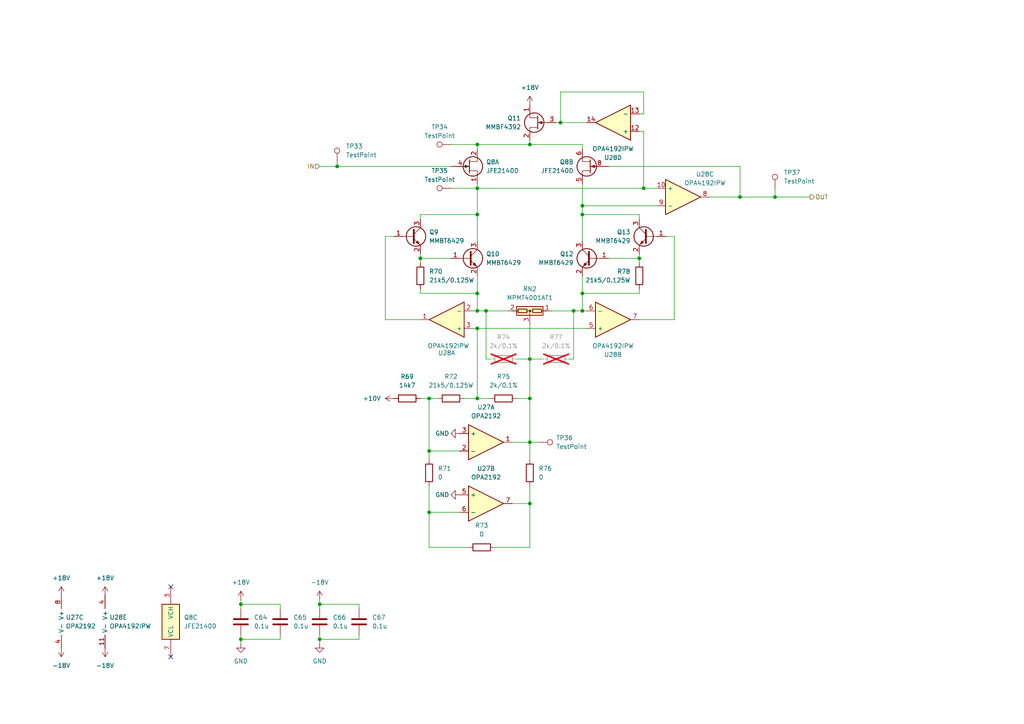
<source format=kicad_sch>
(kicad_sch (version 20250114) (generator "eeschema") (generator_version "9.0")
  (paper "A4")
  (lib_symbols
    (symbol "Amplifier_Operational:OPA2197xDGK"
      (property "Reference" "U" (at 0 5.08 0))
      (property "Value" "OPA2197xDGK" (at 0 -5.08 0))
      (symbol "OPA2197xDGK_1_1"
        (polyline (pts (xy -5.08 5.08) (xy 5.08 0) (xy -5.08 -5.08) (xy -5.08 5.08)) (stroke (width 0.254)) (fill (type background)))
        (pin input line (at -7.62 2.54 0) (length 2.54) (name "+") (number "3"))
        (pin input line (at -7.62 -2.54 0) (length 2.54) (name "-") (number "2"))
        (pin output line (at 7.62 0 180) (length 2.54) (name "~") (number "1"))
      )
      (symbol "OPA2197xDGK_2_1"
        (polyline (pts (xy -5.08 5.08) (xy 5.08 0) (xy -5.08 -5.08) (xy -5.08 5.08)) (stroke (width 0.254)) (fill (type background)))
        (pin input line (at -7.62 2.54 0) (length 2.54) (name "+") (number "5"))
        (pin input line (at -7.62 -2.54 0) (length 2.54) (name "-") (number "6"))
        (pin output line (at 7.62 0 180) (length 2.54) (name "~") (number "7"))
      )
      (symbol "OPA2197xDGK_3_1"
        (pin power_in line (at -2.54 7.62 270) (length 3.81) (name "V+") (number "8"))
        (pin power_in line (at -2.54 -7.62 90) (length 3.81) (name "V-") (number "4"))
      )
    )
    (symbol "Amplifier_Operational:OPA4196xPW"
      (property "Reference" "U" (at 0 3.81 0))
      (property "Value" "OPA4196xPW" (at 0 -3.81 0))
      (symbol "OPA4196xPW_1_1"
        (polyline (pts (xy -5.08 5.08) (xy 5.08 0) (xy -5.08 -5.08) (xy -5.08 5.08)) (stroke (width 0.254)) (fill (type background)))
        (pin input line (at -7.62 2.54 0) (length 2.54) (name "+") (number "3"))
        (pin input line (at -7.62 -2.54 0) (length 2.54) (name "-") (number "2"))
        (pin output line (at 7.62 0 180) (length 2.54) (name "~") (number "1"))
      )
      (symbol "OPA4196xPW_2_1"
        (polyline (pts (xy -5.08 5.08) (xy 5.08 0) (xy -5.08 -5.08) (xy -5.08 5.08)) (stroke (width 0.254)) (fill (type background)))
        (pin input line (at -7.62 2.54 0) (length 2.54) (name "+") (number "5"))
        (pin input line (at -7.62 -2.54 0) (length 2.54) (name "-") (number "6"))
        (pin output line (at 7.62 0 180) (length 2.54) (name "~") (number "7"))
      )
      (symbol "OPA4196xPW_3_1"
        (polyline (pts (xy -5.08 5.08) (xy 5.08 0) (xy -5.08 -5.08) (xy -5.08 5.08)) (stroke (width 0.254)) (fill (type background)))
        (pin input line (at -7.62 2.54 0) (length 2.54) (name "+") (number "10"))
        (pin input line (at -7.62 -2.54 0) (length 2.54) (name "-") (number "9"))
        (pin output line (at 7.62 0 180) (length 2.54) (name "~") (number "8"))
      )
      (symbol "OPA4196xPW_4_1"
        (polyline (pts (xy -5.08 5.08) (xy 5.08 0) (xy -5.08 -5.08) (xy -5.08 5.08)) (stroke (width 0.254)) (fill (type background)))
        (pin input line (at -7.62 2.54 0) (length 2.54) (name "+") (number "12"))
        (pin input line (at -7.62 -2.54 0) (length 2.54) (name "-") (number "13"))
        (pin output line (at 7.62 0 180) (length 2.54) (name "~") (number "14"))
      )
      (symbol "OPA4196xPW_5_1"
        (pin power_in line (at -2.54 7.62 270) (length 3.81) (name "V+") (number "4"))
        (pin power_in line (at -2.54 -7.62 90) (length 3.81) (name "V-") (number "11"))
      )
    )
    (symbol "Connector:TestPoint" (pin_numbers (hide yes)) (pin_names (offset 0.762) (hide yes))
      (property "Reference" "TP" (at 0 6.858 0))
      (property "Value" "TestPoint" (at 0 5.08 0))
      (symbol "TestPoint_0_1"
        (circle (center 0 3.302) (radius 0.762))
      )
      (symbol "TestPoint_1_1"
        (pin passive line (at 0 0 90) (length 2.54) (name "1") (number "1"))
      )
    )
    (symbol "Device:C" (pin_numbers (hide yes)) (pin_names (offset 0.254))
      (property "Reference" "C" (at 0.635 2.54 0))
      (property "Value" "C" (at 0.635 -2.54 0))
      (symbol "C_0_1"
        (polyline (pts (xy -2.032 0.762) (xy 2.032 0.762)) (stroke (width 0.508)))
        (polyline (pts (xy -2.032 -0.762) (xy 2.032 -0.762)) (stroke (width 0.508)))
      )
      (symbol "C_1_1"
        (pin passive line (at 0 3.81 270) (length 2.794) (name "~") (number "1"))
        (pin passive line (at 0 -3.81 90) (length 2.794) (name "~") (number "2"))
      )
    )
    (symbol "Device:R" (pin_numbers (hide yes)) (pin_names (offset 0))
      (property "Reference" "R" (at 2.032 0 90))
      (property "Value" "R" (at 0 0 90))
      (symbol "R_0_1"
        (rectangle (start -1.016 -2.54) (end 1.016 2.54) (stroke (width 0.254)))
      )
      (symbol "R_1_1"
        (pin passive line (at 0 3.81 270) (length 1.27) (name "~") (number "1"))
        (pin passive line (at 0 -3.81 90) (length 1.27) (name "~") (number "2"))
      )
    )
    (symbol "Device:VoltageDivider_CenterPin3" (pin_names (offset 0) (hide yes))
      (property "Reference" "RN" (at -4.445 0 90))
      (property "Value" "VoltageDivider_CenterPin3" (at -2.54 0 90))
      (symbol "VoltageDivider_CenterPin3_0_1"
        (rectangle (start -1.27 -3.81) (end 1.27 3.81) (stroke (width 0.254)) (fill (type background)))
        (rectangle (start -0.508 3.3782) (end 0.508 0.8382) (stroke (width 0.254)))
        (rectangle (start -0.508 -3.3782) (end 0.508 -0.8382) (stroke (width 0.254)))
        (polyline (pts (xy 0 5.08) (xy 0 3.3782)))
        (polyline (pts (xy 0 0.889) (xy 0 -0.889)))
        (circle (center 0 0.0254) (radius 0.254) (fill (type outline)))
        (polyline (pts (xy 0 -5.08) (xy 0 -3.429)))
        (polyline (pts (xy 1.27 0) (xy 0 0)))
      )
      (symbol "VoltageDivider_CenterPin3_1_1"
        (pin passive line (at 0 6.35 270) (length 2.54) (name "~") (number "1"))
        (pin passive line (at 0 -6.35 90) (length 2.54) (name "~") (number "2"))
        (pin passive line (at 3.81 0 180) (length 2.54) (name "~") (number "3"))
      )
    )
    (symbol "MADC_ARTY:+18V" (power) (pin_numbers (hide yes)) (pin_names (offset 0) (hide yes))
      (property "Value" "+18V" (at 0 3.556 0))
      (symbol "+18V_0_1"
        (polyline (pts (xy -0.762 1.27) (xy 0 2.54)))
        (polyline (pts (xy 0 2.54) (xy 0.762 1.27)))
        (polyline (pts (xy 0 0) (xy 0 2.54)))
      )
      (symbol "+18V_1_1"
        (pin power_in line (at 0 0 90) (length 0) (name "~") (number "1"))
      )
    )
    (symbol "MADC_ARTY:-18V" (power) (pin_numbers (hide yes)) (pin_names (offset 0) (hide yes))
      (property "Value" "-18V" (at 0 3.556 0))
      (symbol "-18V_0_1"
        (polyline (pts (xy -0.762 1.27) (xy 0 2.54)))
        (polyline (pts (xy 0 2.54) (xy 0.762 1.27)))
        (polyline (pts (xy 0 0) (xy 0 2.54)))
      )
      (symbol "-18V_1_1"
        (pin power_in line (at 0 0 90) (length 0) (name "~") (number "1"))
      )
    )
    (symbol "Transistor_BJT:Q_NPN_BEC" (pin_names (offset 0) (hide yes))
      (property "Reference" "Q" (at 5.08 1.27 0))
      (property "Value" "Q_NPN_BEC" (at 5.08 -1.27 0))
      (symbol "Q_NPN_BEC_0_1"
        (polyline (pts (xy -2.54 0) (xy 0.635 0)))
        (polyline (pts (xy 0.635 1.905) (xy 0.635 -1.905)) (stroke (width 0.508)))
        (circle (center 1.27 0) (radius 2.8194) (stroke (width 0.254)))
      )
      (symbol "Q_NPN_BEC_1_1"
        (polyline (pts (xy 0.635 0.635) (xy 2.54 2.54)))
        (polyline (pts (xy 0.635 -0.635) (xy 2.54 -2.54)))
        (polyline (pts (xy 1.27 -1.778) (xy 1.778 -1.27) (xy 2.286 -2.286) (xy 1.27 -1.778)) (fill (type outline)))
        (pin input line (at -5.08 0 0) (length 2.54) (name "B") (number "1"))
        (pin passive line (at 2.54 5.08 270) (length 2.54) (name "C") (number "3"))
        (pin passive line (at 2.54 -5.08 90) (length 2.54) (name "E") (number "2"))
      )
    )
    (symbol "Transistor_FET:JFE2140D"
      (property "Reference" "Q" (at 5.08 1.27 0))
      (property "Value" "JFE2140D" (at 8.89 -1.27 0))
      (symbol "JFE2140D_1_1"
        (polyline (pts (xy 0 0) (xy -1.016 0.381) (xy -1.016 -0.381) (xy 0 0)) (fill (type outline)))
        (polyline (pts (xy 0.254 1.905) (xy 0.254 -1.905) (xy 0.254 -1.905)) (stroke (width 0.254)))
        (circle (center 1.27 0) (radius 2.8194) (stroke (width 0.254)))
        (polyline (pts (xy 2.54 2.54) (xy 2.54 1.397) (xy 0.254 1.397)))
        (polyline (pts (xy 2.54 -2.54) (xy 2.54 -1.27) (xy 0.254 -1.27)))
        (pin input line (at -5.08 0 0) (length 5.334) (name "~") (number "4"))
        (pin passive line (at 2.54 5.08 270) (length 2.54) (name "~") (number "2"))
        (pin passive line (at 2.54 -5.08 90) (length 2.54) (name "~") (number "1"))
      )
      (symbol "JFE2140D_2_1"
        (polyline (pts (xy 0 0) (xy -1.016 0.381) (xy -1.016 -0.381) (xy 0 0)) (fill (type outline)))
        (polyline (pts (xy 0.254 1.905) (xy 0.254 -1.905) (xy 0.254 -1.905)) (stroke (width 0.254)))
        (circle (center 1.27 0) (radius 2.8194) (stroke (width 0.254)))
        (polyline (pts (xy 2.54 2.54) (xy 2.54 1.397) (xy 0.254 1.397)))
        (polyline (pts (xy 2.54 -2.54) (xy 2.54 -1.27) (xy 0.254 -1.27)))
        (pin input line (at -5.08 0 0) (length 5.334) (name "~") (number "8"))
        (pin passive line (at 2.54 5.08 270) (length 2.54) (name "~") (number "6"))
        (pin passive line (at 2.54 -5.08 90) (length 2.54) (name "~") (number "5"))
      )
      (symbol "JFE2140D_3_0"
        (pin passive line (at 0 10.16 270) (length 5.08) (name "VCH") (number "3"))
        (pin passive line (at 0 -10.16 90) (length 5.08) (name "VCL") (number "7"))
      )
      (symbol "JFE2140D_3_1"
        (rectangle (start -2.54 5.08) (end 2.54 -5.08) (stroke (width 0.254)) (fill (type background)))
      )
    )
    (symbol "Transistor_FET:MMBF4392" (pin_names (hide yes))
      (property "Reference" "Q" (at 5.08 1.905 0))
      (property "Value" "MMBF4392" (at 5.08 0 0))
      (symbol "MMBF4392_0_1"
        (polyline (pts (xy 0 0) (xy -1.016 0.381) (xy -1.016 -0.381) (xy 0 0)) (fill (type outline)))
        (polyline (pts (xy 0.254 1.905) (xy 0.254 -1.905)) (stroke (width 0.254)))
        (polyline (pts (xy 0.254 0) (xy -2.54 0)))
        (circle (center 1.27 0) (radius 2.8194) (stroke (width 0.254)))
        (polyline (pts (xy 2.54 2.54) (xy 2.54 1.397) (xy 0.254 1.397)))
        (polyline (pts (xy 2.54 -2.54) (xy 2.54 -1.397) (xy 0.254 -1.397)))
      )
      (symbol "MMBF4392_1_1"
        (pin input line (at -5.08 0 0) (length 2.54) (name "G") (number "3"))
        (pin passive line (at 2.54 5.08 270) (length 2.54) (name "D") (number "1"))
        (pin passive line (at 2.54 -5.08 90) (length 2.54) (name "S") (number "2"))
      )
    )
    (symbol "power:+10V" (power) (pin_numbers (hide yes)) (pin_names (offset 0) (hide yes))
      (property "Value" "+10V" (at 0 3.556 0))
      (symbol "+10V_0_1"
        (polyline (pts (xy -0.762 1.27) (xy 0 2.54)))
        (polyline (pts (xy 0 2.54) (xy 0.762 1.27)))
        (polyline (pts (xy 0 0) (xy 0 2.54)))
      )
      (symbol "+10V_1_1"
        (pin power_in line (at 0 0 90) (length 0) (name "~") (number "1"))
      )
    )
    (symbol "power:GND" (power) (pin_numbers (hide yes)) (pin_names (offset 0) (hide yes))
      (property "Value" "GND" (at 0 -3.81 0))
      (symbol "GND_0_1"
        (polyline (pts (xy 0 0) (xy 0 -1.27) (xy 1.27 -1.27) (xy 0 -2.54) (xy -1.27 -1.27) (xy 0 -1.27)))
      )
      (symbol "GND_1_1"
        (pin power_in line (at 0 0 270) (length 0) (name "~") (number "1"))
      )
    )
  )
  (junction (at 138.43 95.25))
  (junction (at 153.67 104.14))
  (junction (at 69.85 175.26))
  (junction (at 97.79 48.26))
  (junction (at 168.91 90.17))
  (junction (at 92.71 185.42))
  (junction (at 124.46 130.81))
  (junction (at 168.91 59.69))
  (junction (at 138.43 41.91))
  (junction (at 124.46 148.59))
  (junction (at 168.91 85.09))
  (junction (at 162.56 35.56))
  (junction (at 124.46 115.57))
  (junction (at 186.69 54.61))
  (junction (at 138.43 54.61))
  (junction (at 92.71 175.26))
  (junction (at 138.43 90.17))
  (junction (at 214.63 57.15))
  (junction (at 153.67 115.57))
  (junction (at 153.67 146.05))
  (junction (at 153.67 41.91))
  (junction (at 224.79 57.15))
  (junction (at 185.42 74.93))
  (junction (at 138.43 85.09))
  (junction (at 140.97 90.17))
  (junction (at 138.43 115.57))
  (junction (at 138.43 62.23))
  (junction (at 121.92 74.93))
  (junction (at 166.37 90.17))
  (junction (at 153.67 128.27))
  (junction (at 69.85 185.42))
  (junction (at 168.91 62.23))
  (no_connect (at 49.53 170.18))
  (no_connect (at 49.53 190.5))
  (wire (pts (xy 92.71 175.26) (xy 104.14 175.26)))
  (wire (pts (xy 140.97 90.17) (xy 140.97 104.14)))
  (wire (pts (xy 214.63 48.26) (xy 214.63 57.15)))
  (wire (pts (xy 185.42 62.23) (xy 185.42 63.5)))
  (wire (pts (xy 69.85 175.26) (xy 81.28 175.26)))
  (wire (pts (xy 138.43 43.18) (xy 138.43 41.91)))
  (wire (pts (xy 130.81 54.61) (xy 138.43 54.61)))
  (wire (pts (xy 124.46 158.75) (xy 124.46 148.59)))
  (wire (pts (xy 153.67 158.75) (xy 153.67 146.05)))
  (wire (pts (xy 138.43 115.57) (xy 142.24 115.57)))
  (wire (pts (xy 168.91 85.09) (xy 168.91 90.17)))
  (wire (pts (xy 121.92 73.66) (xy 121.92 74.93)))
  (wire (pts (xy 185.42 83.82) (xy 185.42 85.09)))
  (wire (pts (xy 143.51 158.75) (xy 153.67 158.75)))
  (wire (pts (xy 168.91 69.85) (xy 168.91 62.23)))
  (wire (pts (xy 92.71 185.42) (xy 104.14 185.42)))
  (wire (pts (xy 195.58 68.58) (xy 193.04 68.58)))
  (wire (pts (xy 92.71 173.99) (xy 92.71 175.26)))
  (wire (pts (xy 168.91 59.69) (xy 168.91 62.23)))
  (wire (pts (xy 137.16 95.25) (xy 138.43 95.25)))
  (wire (pts (xy 135.89 158.75) (xy 124.46 158.75)))
  (wire (pts (xy 81.28 185.42) (xy 81.28 184.15)))
  (wire (pts (xy 186.69 26.67) (xy 186.69 33.02)))
  (wire (pts (xy 185.42 85.09) (xy 168.91 85.09)))
  (wire (pts (xy 205.74 57.15) (xy 214.63 57.15)))
  (wire (pts (xy 176.53 74.93) (xy 185.42 74.93)))
  (wire (pts (xy 69.85 185.42) (xy 81.28 185.42)))
  (wire (pts (xy 161.29 35.56) (xy 162.56 35.56)))
  (wire (pts (xy 138.43 69.85) (xy 138.43 62.23)))
  (wire (pts (xy 69.85 175.26) (xy 69.85 176.53)))
  (wire (pts (xy 133.35 130.81) (xy 124.46 130.81)))
  (wire (pts (xy 168.91 53.34) (xy 168.91 59.69)))
  (wire (pts (xy 162.56 26.67) (xy 186.69 26.67)))
  (wire (pts (xy 162.56 35.56) (xy 162.56 26.67)))
  (wire (pts (xy 124.46 148.59) (xy 124.46 140.97)))
  (wire (pts (xy 153.67 41.91) (xy 168.91 41.91)))
  (wire (pts (xy 153.67 128.27) (xy 156.21 128.27)))
  (wire (pts (xy 138.43 85.09) (xy 138.43 90.17)))
  (wire (pts (xy 185.42 38.1) (xy 186.69 38.1)))
  (wire (pts (xy 138.43 80.01) (xy 138.43 85.09)))
  (wire (pts (xy 186.69 33.02) (xy 185.42 33.02)))
  (wire (pts (xy 162.56 35.56) (xy 170.18 35.56)))
  (wire (pts (xy 153.67 104.14) (xy 153.67 115.57)))
  (wire (pts (xy 121.92 85.09) (xy 138.43 85.09)))
  (wire (pts (xy 124.46 115.57) (xy 127 115.57)))
  (wire (pts (xy 224.79 57.15) (xy 234.95 57.15)))
  (wire (pts (xy 121.92 62.23) (xy 121.92 63.5)))
  (wire (pts (xy 195.58 92.71) (xy 185.42 92.71)))
  (wire (pts (xy 148.59 128.27) (xy 153.67 128.27)))
  (wire (pts (xy 92.71 48.26) (xy 97.79 48.26)))
  (wire (pts (xy 121.92 74.93) (xy 130.81 74.93)))
  (wire (pts (xy 69.85 184.15) (xy 69.85 185.42)))
  (wire (pts (xy 186.69 38.1) (xy 186.69 54.61)))
  (wire (pts (xy 121.92 115.57) (xy 124.46 115.57)))
  (wire (pts (xy 138.43 54.61) (xy 138.43 62.23)))
  (wire (pts (xy 104.14 185.42) (xy 104.14 184.15)))
  (wire (pts (xy 92.71 184.15) (xy 92.71 185.42)))
  (wire (pts (xy 176.53 48.26) (xy 214.63 48.26)))
  (wire (pts (xy 104.14 176.53) (xy 104.14 175.26)))
  (wire (pts (xy 149.86 115.57) (xy 153.67 115.57)))
  (wire (pts (xy 138.43 62.23) (xy 121.92 62.23)))
  (wire (pts (xy 166.37 90.17) (xy 168.91 90.17)))
  (wire (pts (xy 138.43 90.17) (xy 140.97 90.17)))
  (wire (pts (xy 142.24 104.14) (xy 140.97 104.14)))
  (wire (pts (xy 165.1 104.14) (xy 166.37 104.14)))
  (wire (pts (xy 97.79 46.99) (xy 97.79 48.26)))
  (wire (pts (xy 137.16 90.17) (xy 138.43 90.17)))
  (wire (pts (xy 138.43 54.61) (xy 186.69 54.61)))
  (wire (pts (xy 153.67 40.64) (xy 153.67 41.91)))
  (wire (pts (xy 124.46 130.81) (xy 124.46 115.57)))
  (wire (pts (xy 97.79 48.26) (xy 130.81 48.26)))
  (wire (pts (xy 168.91 59.69) (xy 190.5 59.69)))
  (wire (pts (xy 134.62 115.57) (xy 138.43 115.57)))
  (wire (pts (xy 168.91 90.17) (xy 170.18 90.17)))
  (wire (pts (xy 168.91 62.23) (xy 185.42 62.23)))
  (wire (pts (xy 69.85 185.42) (xy 69.85 186.69)))
  (wire (pts (xy 168.91 41.91) (xy 168.91 43.18)))
  (wire (pts (xy 81.28 176.53) (xy 81.28 175.26)))
  (wire (pts (xy 121.92 76.2) (xy 121.92 74.93)))
  (wire (pts (xy 185.42 76.2) (xy 185.42 74.93)))
  (wire (pts (xy 160.02 90.17) (xy 166.37 90.17)))
  (wire (pts (xy 140.97 90.17) (xy 147.32 90.17)))
  (wire (pts (xy 148.59 146.05) (xy 153.67 146.05)))
  (wire (pts (xy 92.71 175.26) (xy 92.71 176.53)))
  (wire (pts (xy 224.79 54.61) (xy 224.79 57.15)))
  (wire (pts (xy 138.43 41.91) (xy 153.67 41.91)))
  (wire (pts (xy 168.91 80.01) (xy 168.91 85.09)))
  (wire (pts (xy 153.67 146.05) (xy 153.67 140.97)))
  (wire (pts (xy 92.71 185.42) (xy 92.71 186.69)))
  (wire (pts (xy 138.43 53.34) (xy 138.43 54.61)))
  (wire (pts (xy 138.43 95.25) (xy 138.43 115.57)))
  (wire (pts (xy 153.67 115.57) (xy 153.67 128.27)))
  (wire (pts (xy 138.43 95.25) (xy 170.18 95.25)))
  (wire (pts (xy 124.46 148.59) (xy 133.35 148.59)))
  (wire (pts (xy 185.42 73.66) (xy 185.42 74.93)))
  (wire (pts (xy 214.63 57.15) (xy 224.79 57.15)))
  (wire (pts (xy 121.92 83.82) (xy 121.92 85.09)))
  (wire (pts (xy 195.58 68.58) (xy 195.58 92.71)))
  (wire (pts (xy 130.81 41.91) (xy 138.43 41.91)))
  (wire (pts (xy 166.37 90.17) (xy 166.37 104.14)))
  (wire (pts (xy 153.67 133.35) (xy 153.67 128.27)))
  (wire (pts (xy 69.85 173.99) (xy 69.85 175.26)))
  (wire (pts (xy 149.86 104.14) (xy 153.67 104.14)))
  (wire (pts (xy 111.76 68.58) (xy 114.3 68.58)))
  (wire (pts (xy 153.67 93.98) (xy 153.67 104.14)))
  (wire (pts (xy 186.69 54.61) (xy 190.5 54.61)))
  (wire (pts (xy 121.92 92.71) (xy 111.76 92.71)))
  (wire (pts (xy 111.76 92.71) (xy 111.76 68.58)))
  (wire (pts (xy 124.46 133.35) (xy 124.46 130.81)))
  (wire (pts (xy 153.67 104.14) (xy 157.48 104.14)))
  (hierarchical_label "IN" (shape input) (at 92.71 48.26 180))
  (hierarchical_label "OUT" (shape output) (at 234.95 57.15 0))
  (symbol (lib_id "power:GND") (at 69.85 186.69 0) (unit 1)
    (property "Reference" "#PWR06" (effects (hide yes)))
    (property "Value" "GND" (at 69.85 191.77 0))
    (property "Description" "Power symbol creates a global label with name \"GND\" , ground" (effects (hide yes)))
    (instances (project "MADC_ARTY" (path "" (reference "#PWR0162") (unit 1)) (path "" (reference "#PWR06") (unit 1))))
  )
  (symbol (lib_id "Transistor_FET:JFE2140D") (at 135.89 48.26 0) (unit 1)
    (property "Reference" "Q1" (at 140.97 46.9899 0) (effects (justify left)))
    (property "Value" "JFE2140D" (at 140.97 49.5299 0) (effects (justify left)))
    (property "Footprint" "Package_SO:SOIC-8_3.9x4.9mm_P1.27mm" (effects (hide yes)))
    (property "Datasheet" "https://www.ti.com/lit/ds/symlink/jfe2140.pdf" (effects (hide yes)))
    (property "Description" "Ultra-Low Noise, Matched, Dual, Low-Gate Current, Discrete, Audio, N‑Channel JFET, SOIC-8" (effects (hide yes)))
    (instances (project "MADC_ARTY" (path "" (reference "Q8") (unit 1)) (path "" (reference "Q1") (unit 1))))
  )
  (symbol (lib_id "Device:R") (at 121.92 80.01 180) (unit 1)
    (property "Reference" "R2" (at 124.46 78.7399 0) (effects (justify right)))
    (property "Value" "21k5/0.125W" (at 124.46 81.2799 0) (effects (justify right)))
    (property "Footprint" "Resistor_SMD:R_0603_1608Metric" (effects (hide yes)))
    (property "Description" "Resistor" (effects (hide yes)))
    (instances (project "MADC_ARTY" (path "" (reference "R70") (unit 1)) (path "" (reference "R2") (unit 1))))
  )
  (symbol (lib_id "Transistor_BJT:Q_NPN_BEC") (at 119.38 68.58 0) (unit 1)
    (property "Reference" "Q2" (at 124.46 67.3099 0) (effects (justify left)))
    (property "Value" "MMBT6429" (at 124.46 69.8499 0) (effects (justify left)))
    (property "Footprint" "Package_TO_SOT_SMD:SOT-23" (effects (hide yes)))
    (property "Datasheet" "https://www.onsemi.com/pdf/datasheet/mmbt6428lt1-d.pdf" (effects (hide yes)))
    (property "Description" "NPN transistor, base/emitter/collector" (effects (hide yes)))
    (instances (project "MADC_ARTY" (path "" (reference "Q9") (unit 1)) (path "" (reference "Q2") (unit 1))))
  )
  (symbol (lib_id "Connector:TestPoint") (at 224.79 54.61 0) (unit 1)
    (property "Reference" "TP5" (at 227.33 50.0379 0) (effects (justify left)))
    (property "Value" "TestPoint" (at 227.33 52.5779 0) (effects (justify left)))
    (property "Footprint" "TestPoint:TestPoint_Pad_D2.0mm" (effects (hide yes)))
    (property "Description" "test point" (effects (hide yes)))
    (instances (project "MADC_ARTY" (path "" (reference "TP37") (unit 1)) (path "" (reference "TP5") (unit 1))))
  )
  (symbol (lib_id "Amplifier_Operational:OPA4196xPW") (at 198.12 57.15 0) (unit 3)
    (property "Reference" "U2" (at 204.47 50.546 0))
    (property "Value" "OPA4192IPW" (at 204.47 53.086 0))
    (property "Footprint" "Package_SO:TSSOP-14_4.4x5mm_P0.65mm" (effects (hide yes)))
    (property "Datasheet" "http://www.ti.com/lit/ds/symlink/opa4196.pdf" (effects (hide yes)))
    (property "Description" "Quad, Low-Power, Low Offset Voltage, Rail-to-Rail Operational Amplifier, TSSOP-14" (effects (hide yes)))
    (instances (project "MADC_ARTY" (path "" (reference "U28") (unit 3)) (path "" (reference "U2") (unit 3))))
  )
  (symbol (lib_id "Device:R") (at 185.42 80.01 0) (mirror x) (unit 1)
    (property "Reference" "R10" (at 182.88 78.7399 0) (effects (justify right)))
    (property "Value" "21k5/0.125W" (at 182.88 81.2799 0) (effects (justify right)))
    (property "Footprint" "Resistor_SMD:R_0603_1608Metric" (effects (hide yes)))
    (property "Description" "Resistor" (effects (hide yes)))
    (instances (project "MADC_ARTY" (path "" (reference "R78") (unit 1)) (path "" (reference "R10") (unit 1))))
  )
  (symbol (lib_id "Device:C") (at 92.71 180.34 0) (unit 1)
    (property "Reference" "C3" (at 96.52 179.0699 0) (effects (justify left)))
    (property "Value" "0.1u" (at 96.52 181.6099 0) (effects (justify left)))
    (property "Footprint" "Capacitor_SMD:C_0603_1608Metric" (effects (hide yes)))
    (property "Description" "Unpolarized capacitor" (effects (hide yes)))
    (instances (project "MADC_ARTY" (path "" (reference "C66") (unit 1)) (path "" (reference "C3") (unit 1))))
  )
  (symbol (lib_id "MADC_ARTY:+18V") (at 69.85 173.99 0) (unit 1)
    (property "Reference" "#PWR05" (effects (hide yes)))
    (property "Value" "+18V" (at 69.85 168.91 0))
    (property "Description" "Power symbol creates a global label" (effects (hide yes)))
    (instances (project "MADC_ARTY" (path "" (reference "#PWR0161") (unit 1)) (path "" (reference "#PWR05") (unit 1))))
  )
  (symbol (lib_id "MADC_ARTY:-18V") (at 30.48 187.96 180) (unit 1)
    (property "Reference" "#PWR04" (effects (hide yes)))
    (property "Value" "-18V" (at 30.48 193.04 0))
    (property "Description" "Power symbol creates a global label" (effects (hide yes)))
    (instances (project "MADC_ARTY" (path "" (reference "#PWR0160") (unit 1)) (path "" (reference "#PWR04") (unit 1))))
  )
  (symbol (lib_id "Device:R") (at 161.29 104.14 90) (unit 1) (in_bom no) (dnp yes)
    (property "Reference" "R9" (at 161.29 97.79 90))
    (property "Value" "2k/0.1%" (at 161.29 100.33 90))
    (property "Footprint" "Resistor_SMD:R_0603_1608Metric" (effects (hide yes)))
    (property "Description" "Resistor" (effects (hide yes)))
    (instances (project "MADC_ARTY" (path "" (reference "R77") (unit 1)) (path "" (reference "R9") (unit 1))))
  )
  (symbol (lib_id "Connector:TestPoint") (at 156.21 128.27 270) (unit 1)
    (property "Reference" "TP4" (at 161.29 126.9999 90) (effects (justify left)))
    (property "Value" "TestPoint" (at 161.29 129.5399 90) (effects (justify left)))
    (property "Footprint" "TestPoint:TestPoint_Pad_D2.0mm" (effects (hide yes)))
    (property "Description" "test point" (effects (hide yes)))
    (instances (project "MADC_ARTY" (path "" (reference "TP36") (unit 1)) (path "" (reference "TP4") (unit 1))))
  )
  (symbol (lib_id "Connector:TestPoint") (at 130.81 54.61 90) (unit 1)
    (property "Reference" "TP3" (at 127.508 49.53 90))
    (property "Value" "TestPoint" (at 127.508 52.07 90))
    (property "Footprint" "TestPoint:TestPoint_Pad_D2.0mm" (effects (hide yes)))
    (property "Description" "test point" (effects (hide yes)))
    (instances (project "MADC_ARTY" (path "" (reference "TP35") (unit 1)) (path "" (reference "TP3") (unit 1))))
  )
  (symbol (lib_id "Amplifier_Operational:OPA2197xDGK") (at 20.32 180.34 0) (unit 3)
    (property "Reference" "U1" (at 19.05 179.0699 0) (effects (justify left)))
    (property "Value" "OPA2192" (at 19.05 181.6099 0) (effects (justify left)))
    (property "Footprint" "Package_SO:VSSOP-8_3x3mm_P0.65mm" (effects (hide yes)))
    (property "Datasheet" "http://www.ti.com/lit/ds/symlink/opa2197.pdf" (effects (hide yes)))
    (property "Description" "Dual 36V, Precision, Rail-to-Rail Input/Output, Low Offset Voltage, Operational Amplifier, VSSOP-8" (effects (hide yes)))
    (instances (project "MADC_ARTY" (path "" (reference "U27") (unit 3)) (path "" (reference "U1") (unit 3))))
  )
  (symbol (lib_id "power:GND") (at 133.35 143.51 270) (unit 1)
    (property "Reference" "#PWR011" (effects (hide yes)))
    (property "Value" "GND" (at 130.302 143.51 90) (effects (justify right)))
    (property "Description" "Power symbol creates a global label with name \"GND\" , ground" (effects (hide yes)))
    (instances (project "MADC_ARTY" (path "" (reference "#PWR0167") (unit 1)) (path "" (reference "#PWR011") (unit 1))))
  )
  (symbol (lib_id "Transistor_FET:JFE2140D") (at 171.45 48.26 0) (mirror y) (unit 2)
    (property "Reference" "Q1" (at 166.37 46.9899 0) (effects (justify left)))
    (property "Value" "JFE2140D" (at 166.37 49.5299 0) (effects (justify left)))
    (property "Footprint" "Package_SO:SOIC-8_3.9x4.9mm_P1.27mm" (effects (hide yes)))
    (property "Datasheet" "https://www.ti.com/lit/ds/symlink/jfe2140.pdf" (effects (hide yes)))
    (property "Description" "Ultra-Low Noise, Matched, Dual, Low-Gate Current, Discrete, Audio, N‑Channel JFET, SOIC-8" (effects (hide yes)))
    (instances (project "MADC_ARTY" (path "" (reference "Q8") (unit 2)) (path "" (reference "Q1") (unit 2))))
  )
  (symbol (lib_id "Device:R") (at 146.05 115.57 90) (unit 1)
    (property "Reference" "R7" (at 146.05 109.22 90))
    (property "Value" "2k/0.1%" (at 146.05 111.76 90))
    (property "Footprint" "Resistor_SMD:R_0603_1608Metric" (effects (hide yes)))
    (property "Description" "Resistor" (effects (hide yes)))
    (instances (project "MADC_ARTY" (path "" (reference "R75") (unit 1)) (path "" (reference "R7") (unit 1))))
  )
  (symbol (lib_id "Device:VoltageDivider_CenterPin3") (at 153.67 90.17 270) (unit 1)
    (property "Reference" "RN1" (at 153.67 83.82 90))
    (property "Value" "MPMT4001AT1" (at 153.67 86.36 90))
    (property "Footprint" "Package_TO_SOT_SMD:SOT-23" (effects (hide yes)))
    (property "Description" "Voltage divider, center on pin 3" (effects (hide yes)))
    (instances (project "MADC_ARTY" (path "" (reference "RN2") (unit 1)) (path "" (reference "RN1") (unit 1))))
  )
  (symbol (lib_id "Transistor_FET:MMBF4392") (at 156.21 35.56 0) (mirror y) (unit 1)
    (property "Reference" "Q4" (at 151.13 34.2899 0) (effects (justify left)))
    (property "Value" "MMBF4392" (at 151.13 36.8299 0) (effects (justify left)))
    (property "Footprint" "Package_TO_SOT_SMD:SOT-23" (effects (hide yes)))
    (property "Datasheet" "https://www.onsemi.com/pub/Collateral/MMBF4391LT1-D.PDF" (effects (hide yes)))
    (property "Description" "25mA min, 30V, 60mOhm max, 2-5V Vgs(off), N-Channel JFET, SOT-23" (effects (hide yes)))
    (instances (project "MADC_ARTY" (path "" (reference "Q11") (unit 1)) (path "" (reference "Q4") (unit 1))))
  )
  (symbol (lib_id "Amplifier_Operational:OPA4196xPW") (at 33.02 180.34 0) (unit 5)
    (property "Reference" "U2" (at 31.75 179.0699 0) (effects (justify left)))
    (property "Value" "OPA4192IPW" (at 31.75 181.6099 0) (effects (justify left)))
    (property "Footprint" "Package_SO:TSSOP-14_4.4x5mm_P0.65mm" (effects (hide yes)))
    (property "Datasheet" "http://www.ti.com/lit/ds/symlink/opa4196.pdf" (effects (hide yes)))
    (property "Description" "Quad, Low-Power, Low Offset Voltage, Rail-to-Rail Operational Amplifier, TSSOP-14" (effects (hide yes)))
    (instances (project "MADC_ARTY" (path "" (reference "U28") (unit 5)) (path "" (reference "U2") (unit 5))))
  )
  (symbol (lib_id "MADC_ARTY:-18V") (at 92.71 173.99 0) (unit 1)
    (property "Reference" "#PWR07" (effects (hide yes)))
    (property "Value" "-18V" (at 92.71 168.91 0))
    (property "Description" "Power symbol creates a global label" (effects (hide yes)))
    (instances (project "MADC_ARTY" (path "" (reference "#PWR0163") (unit 1)) (path "" (reference "#PWR07") (unit 1))))
  )
  (symbol (lib_id "Device:R") (at 118.11 115.57 90) (unit 1)
    (property "Reference" "R1" (at 118.11 109.22 90))
    (property "Value" "14k7" (at 118.11 111.76 90))
    (property "Footprint" "Resistor_SMD:R_0603_1608Metric" (effects (hide yes)))
    (property "Description" "Resistor" (effects (hide yes)))
    (instances (project "MADC_ARTY" (path "" (reference "R69") (unit 1)) (path "" (reference "R1") (unit 1))))
  )
  (symbol (lib_id "power:GND") (at 92.71 186.69 0) (unit 1)
    (property "Reference" "#PWR08" (effects (hide yes)))
    (property "Value" "GND" (at 92.71 191.77 0))
    (property "Description" "Power symbol creates a global label with name \"GND\" , ground" (effects (hide yes)))
    (instances (project "MADC_ARTY" (path "" (reference "#PWR0164") (unit 1)) (path "" (reference "#PWR08") (unit 1))))
  )
  (symbol (lib_id "Amplifier_Operational:OPA2197xDGK") (at 140.97 146.05 0) (unit 2)
    (property "Reference" "U1" (at 140.97 135.89 0))
    (property "Value" "OPA2192" (at 140.97 138.43 0))
    (property "Footprint" "Package_SO:VSSOP-8_3x3mm_P0.65mm" (effects (hide yes)))
    (property "Datasheet" "http://www.ti.com/lit/ds/symlink/opa2197.pdf" (effects (hide yes)))
    (property "Description" "Dual 36V, Precision, Rail-to-Rail Input/Output, Low Offset Voltage, Operational Amplifier, VSSOP-8" (effects (hide yes)))
    (instances (project "MADC_ARTY" (path "" (reference "U27") (unit 2)) (path "" (reference "U1") (unit 2))))
  )
  (symbol (lib_id "Transistor_BJT:Q_NPN_BEC") (at 171.45 74.93 0) (mirror y) (unit 1)
    (property "Reference" "Q5" (at 166.37 73.6599 0) (effects (justify left)))
    (property "Value" "MMBT6429" (at 166.37 76.1999 0) (effects (justify left)))
    (property "Footprint" "Package_TO_SOT_SMD:SOT-23" (effects (hide yes)))
    (property "Datasheet" "https://www.onsemi.com/pdf/datasheet/mmbt6428lt1-d.pdf" (effects (hide yes)))
    (property "Description" "NPN transistor, base/emitter/collector" (effects (hide yes)))
    (instances (project "MADC_ARTY" (path "" (reference "Q12") (unit 1)) (path "" (reference "Q5") (unit 1))))
  )
  (symbol (lib_id "Connector:TestPoint") (at 97.79 46.99 0) (unit 1)
    (property "Reference" "TP1" (at 100.33 42.4179 0) (effects (justify left)))
    (property "Value" "TestPoint" (at 100.33 44.9579 0) (effects (justify left)))
    (property "Footprint" "TestPoint:TestPoint_Pad_D2.0mm" (effects (hide yes)))
    (property "Description" "test point" (effects (hide yes)))
    (instances (project "MADC_ARTY" (path "" (reference "TP33") (unit 1)) (path "" (reference "TP1") (unit 1))))
  )
  (symbol (lib_id "MADC_ARTY:+18V") (at 17.78 172.72 0) (unit 1)
    (property "Reference" "#PWR01" (effects (hide yes)))
    (property "Value" "+18V" (at 17.78 167.64 0))
    (property "Description" "Power symbol creates a global label" (effects (hide yes)))
    (instances (project "MADC_ARTY" (path "" (reference "#PWR0157") (unit 1)) (path "" (reference "#PWR01") (unit 1))))
  )
  (symbol (lib_id "Amplifier_Operational:OPA4196xPW") (at 129.54 92.71 180) (unit 1)
    (property "Reference" "U2" (at 129.54 102.362 0))
    (property "Value" "OPA4192IPW" (at 130.048 100.33 0))
    (property "Footprint" "Package_SO:TSSOP-14_4.4x5mm_P0.65mm" (effects (hide yes)))
    (property "Datasheet" "http://www.ti.com/lit/ds/symlink/opa4196.pdf" (effects (hide yes)))
    (property "Description" "Quad, Low-Power, Low Offset Voltage, Rail-to-Rail Operational Amplifier, TSSOP-14" (effects (hide yes)))
    (instances (project "MADC_ARTY" (path "" (reference "U28") (unit 1)) (path "" (reference "U2") (unit 1))))
  )
  (symbol (lib_id "Device:R") (at 124.46 137.16 0) (unit 1)
    (property "Reference" "R3" (at 127 135.8899 0) (effects (justify left)))
    (property "Value" "0" (at 127 138.4299 0) (effects (justify left)))
    (property "Footprint" "Resistor_SMD:R_0603_1608Metric" (effects (hide yes)))
    (property "Description" "Resistor" (effects (hide yes)))
    (instances (project "MADC_ARTY" (path "" (reference "R71") (unit 1)) (path "" (reference "R3") (unit 1))))
  )
  (symbol (lib_id "Connector:TestPoint") (at 130.81 41.91 90) (unit 1)
    (property "Reference" "TP2" (at 127.508 36.83 90))
    (property "Value" "TestPoint" (at 127.508 39.37 90))
    (property "Footprint" "TestPoint:TestPoint_Pad_D2.0mm" (effects (hide yes)))
    (property "Description" "test point" (effects (hide yes)))
    (instances (project "MADC_ARTY" (path "" (reference "TP34") (unit 1)) (path "" (reference "TP2") (unit 1))))
  )
  (symbol (lib_id "MADC_ARTY:-18V") (at 17.78 187.96 180) (unit 1)
    (property "Reference" "#PWR02" (effects (hide yes)))
    (property "Value" "-18V" (at 17.78 193.04 0))
    (property "Description" "Power symbol creates a global label" (effects (hide yes)))
    (instances (project "MADC_ARTY" (path "" (reference "#PWR0158") (unit 1)) (path "" (reference "#PWR02") (unit 1))))
  )
  (symbol (lib_id "Device:C") (at 81.28 180.34 0) (unit 1)
    (property "Reference" "C2" (at 85.09 179.0699 0) (effects (justify left)))
    (property "Value" "0.1u" (at 85.09 181.6099 0) (effects (justify left)))
    (property "Footprint" "Capacitor_SMD:C_0603_1608Metric" (effects (hide yes)))
    (property "Description" "Unpolarized capacitor" (effects (hide yes)))
    (instances (project "MADC_ARTY" (path "" (reference "C65") (unit 1)) (path "" (reference "C2") (unit 1))))
  )
  (symbol (lib_id "Amplifier_Operational:OPA4196xPW") (at 177.8 92.71 0) (mirror x) (unit 2)
    (property "Reference" "U2" (at 177.8 102.87 0))
    (property "Value" "OPA4192IPW" (at 177.8 100.33 0))
    (property "Footprint" "Package_SO:TSSOP-14_4.4x5mm_P0.65mm" (effects (hide yes)))
    (property "Datasheet" "http://www.ti.com/lit/ds/symlink/opa4196.pdf" (effects (hide yes)))
    (property "Description" "Quad, Low-Power, Low Offset Voltage, Rail-to-Rail Operational Amplifier, TSSOP-14" (effects (hide yes)))
    (instances (project "MADC_ARTY" (path "" (reference "U28") (unit 2)) (path "" (reference "U2") (unit 2))))
  )
  (symbol (lib_id "Device:R") (at 130.81 115.57 90) (unit 1)
    (property "Reference" "R4" (at 130.81 109.22 90))
    (property "Value" "21k5/0.125W" (at 130.81 111.76 90))
    (property "Footprint" "Resistor_SMD:R_0603_1608Metric" (effects (hide yes)))
    (property "Description" "Resistor" (effects (hide yes)))
    (instances (project "MADC_ARTY" (path "" (reference "R72") (unit 1)) (path "" (reference "R4") (unit 1))))
  )
  (symbol (lib_id "Transistor_FET:JFE2140D") (at 49.53 180.34 0) (unit 3)
    (property "Reference" "Q1" (at 53.34 179.0699 0) (effects (justify left)))
    (property "Value" "JFE2140D" (at 53.34 181.6099 0) (effects (justify left)))
    (property "Footprint" "Package_SO:SOIC-8_3.9x4.9mm_P1.27mm" (effects (hide yes)))
    (property "Datasheet" "https://www.ti.com/lit/ds/symlink/jfe2140.pdf" (effects (hide yes)))
    (property "Description" "Ultra-Low Noise, Matched, Dual, Low-Gate Current, Discrete, Audio, N‑Channel JFET, SOIC-8" (effects (hide yes)))
    (instances (project "MADC_ARTY" (path "" (reference "Q8") (unit 3)) (path "" (reference "Q1") (unit 3))))
  )
  (symbol (lib_id "Transistor_BJT:Q_NPN_BEC") (at 187.96 68.58 0) (mirror y) (unit 1)
    (property "Reference" "Q6" (at 182.88 67.3099 0) (effects (justify left)))
    (property "Value" "MMBT6429" (at 182.88 69.8499 0) (effects (justify left)))
    (property "Footprint" "Package_TO_SOT_SMD:SOT-23" (effects (hide yes)))
    (property "Datasheet" "https://www.onsemi.com/pdf/datasheet/mmbt6428lt1-d.pdf" (effects (hide yes)))
    (property "Description" "NPN transistor, base/emitter/collector" (effects (hide yes)))
    (instances (project "MADC_ARTY" (path "" (reference "Q13") (unit 1)) (path "" (reference "Q6") (unit 1))))
  )
  (symbol (lib_id "power:GND") (at 133.35 125.73 270) (unit 1)
    (property "Reference" "#PWR010" (effects (hide yes)))
    (property "Value" "GND" (at 130.302 125.73 90) (effects (justify right)))
    (property "Description" "Power symbol creates a global label with name \"GND\" , ground" (effects (hide yes)))
    (instances (project "MADC_ARTY" (path "" (reference "#PWR0166") (unit 1)) (path "" (reference "#PWR010") (unit 1))))
  )
  (symbol (lib_id "power:+10V") (at 114.3 115.57 90) (unit 1)
    (property "Reference" "#PWR09" (effects (hide yes)))
    (property "Value" "+10V" (at 110.49 115.5699 90) (effects (justify left)))
    (property "Description" "Power symbol creates a global label with name \"+10V\"" (effects (hide yes)))
    (instances (project "MADC_ARTY" (path "" (reference "#PWR0165") (unit 1)) (path "" (reference "#PWR09") (unit 1))))
  )
  (symbol (lib_id "Amplifier_Operational:OPA2197xDGK") (at 140.97 128.27 0) (unit 1)
    (property "Reference" "U1" (at 140.97 118.11 0))
    (property "Value" "OPA2192" (at 140.97 120.65 0))
    (property "Footprint" "Package_SO:VSSOP-8_3x3mm_P0.65mm" (effects (hide yes)))
    (property "Datasheet" "http://www.ti.com/lit/ds/symlink/opa2197.pdf" (effects (hide yes)))
    (property "Description" "Dual 36V, Precision, Rail-to-Rail Input/Output, Low Offset Voltage, Operational Amplifier, VSSOP-8" (effects (hide yes)))
    (instances (project "MADC_ARTY" (path "" (reference "U27") (unit 1)) (path "" (reference "U1") (unit 1))))
  )
  (symbol (lib_id "Device:C") (at 69.85 180.34 0) (unit 1)
    (property "Reference" "C1" (at 73.66 179.0699 0) (effects (justify left)))
    (property "Value" "0.1u" (at 73.66 181.6099 0) (effects (justify left)))
    (property "Footprint" "Capacitor_SMD:C_0603_1608Metric" (effects (hide yes)))
    (property "Description" "Unpolarized capacitor" (effects (hide yes)))
    (instances (project "MADC_ARTY" (path "" (reference "C64") (unit 1)) (path "" (reference "C1") (unit 1))))
  )
  (symbol (lib_id "Device:R") (at 153.67 137.16 0) (unit 1)
    (property "Reference" "R8" (at 156.21 135.8899 0) (effects (justify left)))
    (property "Value" "0" (at 156.21 138.4299 0) (effects (justify left)))
    (property "Footprint" "Resistor_SMD:R_0603_1608Metric" (effects (hide yes)))
    (property "Description" "Resistor" (effects (hide yes)))
    (instances (project "MADC_ARTY" (path "" (reference "R76") (unit 1)) (path "" (reference "R8") (unit 1))))
  )
  (symbol (lib_id "MADC_ARTY:+18V") (at 153.67 30.48 0) (unit 1)
    (property "Reference" "#PWR012" (effects (hide yes)))
    (property "Value" "+18V" (at 153.67 25.4 0))
    (property "Description" "Power symbol creates a global label" (effects (hide yes)))
    (instances (project "MADC_ARTY" (path "" (reference "#PWR0168") (unit 1)) (path "" (reference "#PWR012") (unit 1))))
  )
  (symbol (lib_id "MADC_ARTY:+18V") (at 30.48 172.72 0) (unit 1)
    (property "Reference" "#PWR03" (effects (hide yes)))
    (property "Value" "+18V" (at 30.48 167.64 0))
    (property "Description" "Power symbol creates a global label" (effects (hide yes)))
    (instances (project "MADC_ARTY" (path "" (reference "#PWR0159") (unit 1)) (path "" (reference "#PWR03") (unit 1))))
  )
  (symbol (lib_id "Transistor_BJT:Q_NPN_BEC") (at 135.89 74.93 0) (unit 1)
    (property "Reference" "Q3" (at 140.97 73.6599 0) (effects (justify left)))
    (property "Value" "MMBT6429" (at 140.97 76.1999 0) (effects (justify left)))
    (property "Footprint" "Package_TO_SOT_SMD:SOT-23" (effects (hide yes)))
    (property "Datasheet" "https://www.onsemi.com/pdf/datasheet/mmbt6428lt1-d.pdf" (effects (hide yes)))
    (property "Description" "NPN transistor, base/emitter/collector" (effects (hide yes)))
    (instances (project "MADC_ARTY" (path "" (reference "Q10") (unit 1)) (path "" (reference "Q3") (unit 1))))
  )
  (symbol (lib_id "Device:R") (at 139.7 158.75 90) (unit 1)
    (property "Reference" "R5" (at 139.7 152.4 90))
    (property "Value" "0" (at 139.7 154.94 90))
    (property "Footprint" "Resistor_SMD:R_0603_1608Metric" (effects (hide yes)))
    (property "Description" "Resistor" (effects (hide yes)))
    (instances (project "MADC_ARTY" (path "" (reference "R73") (unit 1)) (path "" (reference "R5") (unit 1))))
  )
  (symbol (lib_id "Device:C") (at 104.14 180.34 0) (unit 1)
    (property "Reference" "C4" (at 107.95 179.0699 0) (effects (justify left)))
    (property "Value" "0.1u" (at 107.95 181.6099 0) (effects (justify left)))
    (property "Footprint" "Capacitor_SMD:C_0603_1608Metric" (effects (hide yes)))
    (property "Description" "Unpolarized capacitor" (effects (hide yes)))
    (instances (project "MADC_ARTY" (path "" (reference "C67") (unit 1)) (path "" (reference "C4") (unit 1))))
  )
  (symbol (lib_id "Device:R") (at 146.05 104.14 90) (unit 1) (in_bom no) (dnp yes)
    (property "Reference" "R6" (at 146.05 97.79 90))
    (property "Value" "2k/0.1%" (at 146.05 100.33 90))
    (property "Footprint" "Resistor_SMD:R_0603_1608Metric" (effects (hide yes)))
    (property "Description" "Resistor" (effects (hide yes)))
    (instances (project "MADC_ARTY" (path "" (reference "R74") (unit 1)) (path "" (reference "R6") (unit 1))))
  )
  (symbol (lib_id "Amplifier_Operational:OPA4196xPW") (at 177.8 35.56 180) (unit 4)
    (property "Reference" "U2" (at 177.8 45.72 0))
    (property "Value" "OPA4192IPW" (at 177.8 43.18 0))
    (property "Footprint" "Package_SO:TSSOP-14_4.4x5mm_P0.65mm" (effects (hide yes)))
    (property "Datasheet" "http://www.ti.com/lit/ds/symlink/opa4196.pdf" (effects (hide yes)))
    (property "Description" "Quad, Low-Power, Low Offset Voltage, Rail-to-Rail Operational Amplifier, TSSOP-14" (effects (hide yes)))
    (instances (project "MADC_ARTY" (path "" (reference "U28") (unit 4)) (path "" (reference "U2") (unit 4))))
  )
)
</source>
